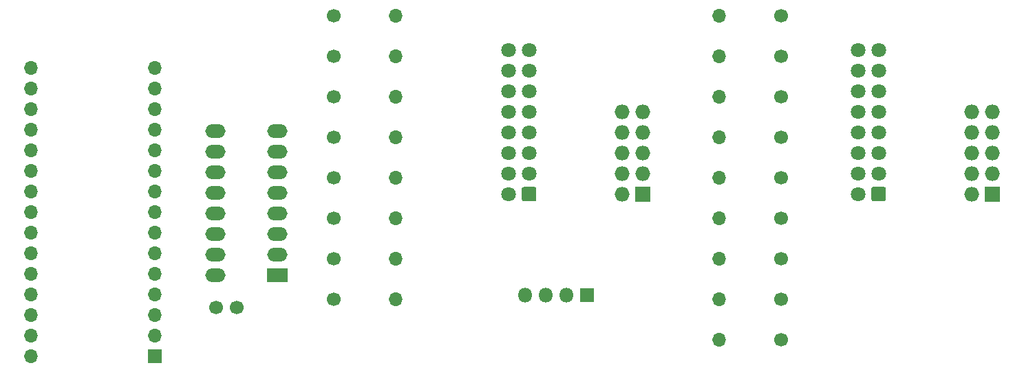
<source format=gbr>
%TF.GenerationSoftware,KiCad,Pcbnew,5.1.6-c6e7f7d~86~ubuntu18.04.1*%
%TF.CreationDate,2020-08-05T17:02:07-04:00*%
%TF.ProjectId,cabletester,6361626c-6574-4657-9374-65722e6b6963,rev?*%
%TF.SameCoordinates,Original*%
%TF.FileFunction,Soldermask,Top*%
%TF.FilePolarity,Negative*%
%FSLAX46Y46*%
G04 Gerber Fmt 4.6, Leading zero omitted, Abs format (unit mm)*
G04 Created by KiCad (PCBNEW 5.1.6-c6e7f7d~86~ubuntu18.04.1) date 2020-08-05 17:02:07*
%MOMM*%
%LPD*%
G01*
G04 APERTURE LIST*
%ADD10O,2.500000X1.700000*%
%ADD11R,2.500000X1.700000*%
%ADD12O,1.700000X1.700000*%
%ADD13C,1.700000*%
%ADD14O,1.800000X1.800000*%
%ADD15R,1.800000X1.800000*%
%ADD16C,1.800000*%
%ADD17O,1.827200X1.827200*%
%ADD18R,1.827200X1.827200*%
%ADD19R,1.700000X1.700000*%
G04 APERTURE END LIST*
D10*
%TO.C,U1*%
X91380000Y-69000000D03*
X99000000Y-51220000D03*
X91380000Y-66460000D03*
X99000000Y-53760000D03*
X91380000Y-63920000D03*
X99000000Y-56300000D03*
X91380000Y-61380000D03*
X99000000Y-58840000D03*
X91380000Y-58840000D03*
X99000000Y-61380000D03*
X91380000Y-56300000D03*
X99000000Y-63920000D03*
X91380000Y-53760000D03*
X99000000Y-66460000D03*
X91380000Y-51220000D03*
D11*
X99000000Y-69000000D03*
%TD*%
D12*
%TO.C,R17*%
X113620000Y-72000000D03*
D13*
X106000000Y-72000000D03*
%TD*%
D12*
%TO.C,R16*%
X113620000Y-67000000D03*
D13*
X106000000Y-67000000D03*
%TD*%
D12*
%TO.C,R15*%
X113620000Y-62000000D03*
D13*
X106000000Y-62000000D03*
%TD*%
D12*
%TO.C,R14*%
X113620000Y-57000000D03*
D13*
X106000000Y-57000000D03*
%TD*%
D12*
%TO.C,R13*%
X113620000Y-52000000D03*
D13*
X106000000Y-52000000D03*
%TD*%
D12*
%TO.C,R12*%
X113620000Y-47000000D03*
D13*
X106000000Y-47000000D03*
%TD*%
D12*
%TO.C,R11*%
X113620000Y-42000000D03*
D13*
X106000000Y-42000000D03*
%TD*%
D12*
%TO.C,R10*%
X113620000Y-37000000D03*
D13*
X106000000Y-37000000D03*
%TD*%
D12*
%TO.C,R9*%
X153380000Y-37000000D03*
D13*
X161000000Y-37000000D03*
%TD*%
D12*
%TO.C,R8*%
X153380000Y-42000000D03*
D13*
X161000000Y-42000000D03*
%TD*%
D12*
%TO.C,R7*%
X153380000Y-47000000D03*
D13*
X161000000Y-47000000D03*
%TD*%
D12*
%TO.C,R6*%
X153380000Y-52000000D03*
D13*
X161000000Y-52000000D03*
%TD*%
D12*
%TO.C,R5*%
X153380000Y-57000000D03*
D13*
X161000000Y-57000000D03*
%TD*%
D12*
%TO.C,R4*%
X153380000Y-62000000D03*
D13*
X161000000Y-62000000D03*
%TD*%
D12*
%TO.C,R3*%
X153380000Y-67000000D03*
D13*
X161000000Y-67000000D03*
%TD*%
D12*
%TO.C,R2*%
X153380000Y-72000000D03*
D13*
X161000000Y-72000000D03*
%TD*%
D12*
%TO.C,R1*%
X153380000Y-77000000D03*
D13*
X161000000Y-77000000D03*
%TD*%
D14*
%TO.C,J5*%
X129480000Y-71500000D03*
X132020000Y-71500000D03*
X134560000Y-71500000D03*
D15*
X137100000Y-71500000D03*
%TD*%
D16*
%TO.C,J4*%
X127460000Y-41220000D03*
X127460000Y-43760000D03*
X127460000Y-46300000D03*
X127460000Y-48840000D03*
X127460000Y-51380000D03*
X127460000Y-53920000D03*
X127460000Y-56460000D03*
X127460000Y-59000000D03*
X130000000Y-41220000D03*
X130000000Y-43760000D03*
X130000000Y-46300000D03*
X130000000Y-48840000D03*
X130000000Y-51380000D03*
X130000000Y-53920000D03*
X130000000Y-56460000D03*
G36*
G01*
X130900000Y-58364706D02*
X130900000Y-59635294D01*
G75*
G02*
X130635294Y-59900000I-264706J0D01*
G01*
X129364706Y-59900000D01*
G75*
G02*
X129100000Y-59635294I0J264706D01*
G01*
X129100000Y-58364706D01*
G75*
G02*
X129364706Y-58100000I264706J0D01*
G01*
X130635294Y-58100000D01*
G75*
G02*
X130900000Y-58364706I0J-264706D01*
G01*
G37*
%TD*%
D17*
%TO.C,J3*%
X141460000Y-48840000D03*
X144000000Y-48840000D03*
X141460000Y-51380000D03*
X144000000Y-51380000D03*
X141460000Y-53920000D03*
X144000000Y-53920000D03*
X141460000Y-56460000D03*
X144000000Y-56460000D03*
X141460000Y-59000000D03*
D18*
X144000000Y-59000000D03*
%TD*%
D16*
%TO.C,J2*%
X170460000Y-41220000D03*
X170460000Y-43760000D03*
X170460000Y-46300000D03*
X170460000Y-48840000D03*
X170460000Y-51380000D03*
X170460000Y-53920000D03*
X170460000Y-56460000D03*
X170460000Y-59000000D03*
X173000000Y-41220000D03*
X173000000Y-43760000D03*
X173000000Y-46300000D03*
X173000000Y-48840000D03*
X173000000Y-51380000D03*
X173000000Y-53920000D03*
X173000000Y-56460000D03*
G36*
G01*
X173900000Y-58364706D02*
X173900000Y-59635294D01*
G75*
G02*
X173635294Y-59900000I-264706J0D01*
G01*
X172364706Y-59900000D01*
G75*
G02*
X172100000Y-59635294I0J264706D01*
G01*
X172100000Y-58364706D01*
G75*
G02*
X172364706Y-58100000I264706J0D01*
G01*
X173635294Y-58100000D01*
G75*
G02*
X173900000Y-58364706I0J-264706D01*
G01*
G37*
%TD*%
D17*
%TO.C,J1*%
X184460000Y-48840000D03*
X187000000Y-48840000D03*
X184460000Y-51380000D03*
X187000000Y-51380000D03*
X184460000Y-53920000D03*
X187000000Y-53920000D03*
X184460000Y-56460000D03*
X187000000Y-56460000D03*
X184460000Y-59000000D03*
D18*
X187000000Y-59000000D03*
%TD*%
D13*
%TO.C,C1*%
X94000000Y-73000000D03*
X91500000Y-73000000D03*
%TD*%
D19*
%TO.C,A1*%
X84000000Y-79000000D03*
D12*
X68760000Y-45980000D03*
X84000000Y-76460000D03*
X68760000Y-48520000D03*
X84000000Y-73920000D03*
X68760000Y-51060000D03*
X84000000Y-71380000D03*
X68760000Y-53600000D03*
X84000000Y-68840000D03*
X68760000Y-56140000D03*
X84000000Y-66300000D03*
X68760000Y-58680000D03*
X84000000Y-63760000D03*
X68760000Y-61220000D03*
X84000000Y-61220000D03*
X68760000Y-63760000D03*
X84000000Y-58680000D03*
X68760000Y-66300000D03*
X84000000Y-56140000D03*
X68760000Y-68840000D03*
X84000000Y-53600000D03*
X68760000Y-71380000D03*
X84000000Y-51060000D03*
X68760000Y-73920000D03*
X84000000Y-48520000D03*
X68760000Y-76460000D03*
X84000000Y-45980000D03*
X68760000Y-79000000D03*
X84000000Y-43440000D03*
X68760000Y-43440000D03*
%TD*%
M02*

</source>
